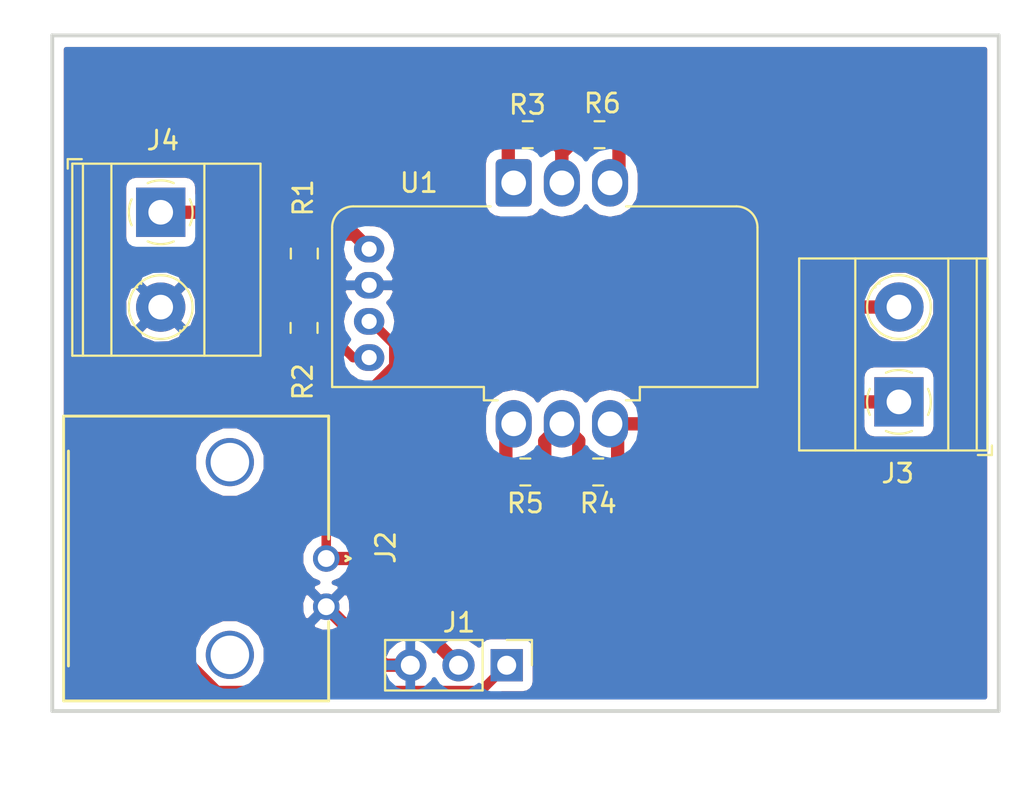
<source format=kicad_pcb>
(kicad_pcb (version 20171130) (host pcbnew "(5.0.2)-1")

  (general
    (thickness 1.6)
    (drawings 4)
    (tracks 55)
    (zones 0)
    (modules 11)
    (nets 11)
  )

  (page A4)
  (layers
    (0 F.Cu signal)
    (31 B.Cu signal)
    (32 B.Adhes user)
    (33 F.Adhes user)
    (34 B.Paste user)
    (35 F.Paste user)
    (36 B.SilkS user)
    (37 F.SilkS user)
    (38 B.Mask user)
    (39 F.Mask user)
    (40 Dwgs.User user)
    (41 Cmts.User user)
    (42 Eco1.User user)
    (43 Eco2.User user)
    (44 Edge.Cuts user)
    (45 Margin user)
    (46 B.CrtYd user)
    (47 F.CrtYd user)
    (48 B.Fab user)
    (49 F.Fab user)
  )

  (setup
    (last_trace_width 0.7)
    (trace_clearance 0.2)
    (zone_clearance 0.508)
    (zone_45_only no)
    (trace_min 0.2)
    (segment_width 0.2)
    (edge_width 0.2)
    (via_size 0.8)
    (via_drill 0.4)
    (via_min_size 0.4)
    (via_min_drill 0.3)
    (uvia_size 0.3)
    (uvia_drill 0.1)
    (uvias_allowed no)
    (uvia_min_size 0.2)
    (uvia_min_drill 0.1)
    (pcb_text_width 0.3)
    (pcb_text_size 1.5 1.5)
    (mod_edge_width 0.15)
    (mod_text_size 1 1)
    (mod_text_width 0.15)
    (pad_size 1.524 1.524)
    (pad_drill 0.762)
    (pad_to_mask_clearance 0.051)
    (solder_mask_min_width 0.25)
    (aux_axis_origin 0 0)
    (visible_elements 7FFFFFFF)
    (pcbplotparams
      (layerselection 0x010fc_ffffffff)
      (usegerberextensions false)
      (usegerberattributes false)
      (usegerberadvancedattributes false)
      (creategerberjobfile false)
      (excludeedgelayer false)
      (linewidth 0.100000)
      (plotframeref false)
      (viasonmask false)
      (mode 1)
      (useauxorigin false)
      (hpglpennumber 1)
      (hpglpenspeed 20)
      (hpglpendiameter 15.000000)
      (psnegative false)
      (psa4output false)
      (plotreference true)
      (plotvalue true)
      (plotinvisibletext false)
      (padsonsilk false)
      (subtractmaskfromsilk false)
      (outputformat 1)
      (mirror false)
      (drillshape 0)
      (scaleselection 1)
      (outputdirectory "plots/"))
  )

  (net 0 "")
  (net 1 /SCOPE)
  (net 2 GND)
  (net 3 /5V)
  (net 4 /REF)
  (net 5 /ISENSEI)
  (net 6 "Net-(R6-Pad1)")
  (net 7 "Net-(R5-Pad2)")
  (net 8 "Net-(R3-Pad1)")
  (net 9 /ISENSO)
  (net 10 "Net-(R4-Pad2)")

  (net_class Default "This is the default net class."
    (clearance 0.2)
    (trace_width 0.7)
    (via_dia 0.8)
    (via_drill 0.4)
    (uvia_dia 0.3)
    (uvia_drill 0.1)
    (add_net /5V)
    (add_net /ISENSO)
    (add_net /REF)
    (add_net /SCOPE)
    (add_net GND)
    (add_net "Net-(R3-Pad1)")
    (add_net "Net-(R4-Pad2)")
    (add_net "Net-(R5-Pad2)")
    (add_net "Net-(R6-Pad1)")
  )

  (net_class ISENSE ""
    (clearance 0.2)
    (trace_width 0.7)
    (via_dia 0.8)
    (via_drill 0.4)
    (uvia_dia 0.3)
    (uvia_drill 0.1)
    (add_net /ISENSEI)
  )

  (module footprints:5227161-1 (layer F.Cu) (tedit 5C9A87CA) (tstamp 5C9B4AD7)
    (at 123.0376 85.0519 90)
    (path /5C992565)
    (fp_text reference J2 (at 0.5842 3.1369 90) (layer F.SilkS)
      (effects (font (size 1 1) (thickness 0.15)))
    )
    (fp_text value Conn_Coaxial (at 1.9558 1.2827 90) (layer Dwgs.User)
      (effects (font (size 1 1) (thickness 0.15)))
    )
    (fp_line (start -7.6327 0.254) (end 7.6327 0.254) (layer F.CrtYd) (width 0.1524))
    (fp_line (start 1.02339 0.127) (end 7.5057 0.127) (layer F.SilkS) (width 0.1524))
    (fp_line (start -7.3787 -13.716) (end -7.3787 0) (layer F.Fab) (width 0.1524))
    (fp_line (start 7.3787 -13.716) (end -7.3787 -13.716) (layer F.Fab) (width 0.1524))
    (fp_line (start 7.3787 0) (end 7.3787 -13.716) (layer F.Fab) (width 0.1524))
    (fp_line (start -7.3787 0) (end 7.3787 0) (layer F.Fab) (width 0.1524))
    (fp_line (start -7.5057 -13.843) (end -7.5057 0.127) (layer F.SilkS) (width 0.1524))
    (fp_line (start 7.5057 -13.843) (end -7.5057 -13.843) (layer F.SilkS) (width 0.1524))
    (fp_line (start 7.5057 0.127) (end 7.5057 -13.843) (layer F.SilkS) (width 0.1524))
    (fp_line (start -7.5057 0.127) (end -3.3274 0.127) (layer F.SilkS) (width 0.1524))
    (fp_line (start -5.5372 -13.716) (end 5.5372 -13.716) (layer F.Fab) (width 0.1524))
    (fp_line (start -5.6642 -13.589) (end 5.6642 -13.589) (layer F.SilkS) (width 0.1524))
    (fp_line (start -0.123065 1.023871) (end 0 1.27) (layer F.SilkS) (width 0.1524))
    (fp_line (start 0.123065 1.023871) (end 0 1.27) (layer F.SilkS) (width 0.1524))
    (fp_line (start -0.635 0) (end 0 1.27) (layer F.Fab) (width 0.1524))
    (fp_line (start 0.635 0) (end 0 1.27) (layer F.Fab) (width 0.1524))
    (fp_text user "Copyright 2016 Accelerated Designs. All rights reserved." (at 0 0 90) (layer Cmts.User)
      (effects (font (size 0.127 0.127) (thickness 0.002)))
    )
    (pad 4 thru_hole circle (at 5.08 -5.08 90) (size 2.54 2.54) (drill 2.032) (layers *.Cu *.Mask))
    (pad 3 thru_hole circle (at -5.08 -5.08 90) (size 2.54 2.54) (drill 2.032) (layers *.Cu *.Mask))
    (pad 2 thru_hole circle (at -2.54 0 90) (size 1.397 1.397) (drill 0.889) (layers *.Cu *.Mask)
      (net 2 GND))
    (pad 1 thru_hole circle (at 0 0 90) (size 1.397 1.397) (drill 0.889) (layers *.Cu *.Mask)
      (net 1 /SCOPE))
    (model ${KIPRJMOD}/footprints.pretty/c-5227161-1-b-3d.stp
      (offset (xyz 0 34 8))
      (scale (xyz 1 1 1))
      (rotate (xyz -90 0 180))
    )
  )

  (module Resistor_SMD:R_0805_2012Metric_Pad1.15x1.40mm_HandSolder (layer F.Cu) (tedit 5B36C52B) (tstamp 5C9B560A)
    (at 133.6585 62.7126 180)
    (descr "Resistor SMD 0805 (2012 Metric), square (rectangular) end terminal, IPC_7351 nominal with elongated pad for handsoldering. (Body size source: https://docs.google.com/spreadsheets/d/1BsfQQcO9C6DZCsRaXUlFlo91Tg2WpOkGARC1WS5S8t0/edit?usp=sharing), generated with kicad-footprint-generator")
    (tags "resistor handsolder")
    (path /5C9B408E)
    (attr smd)
    (fp_text reference R3 (at 0.0164 1.5748 180) (layer F.SilkS)
      (effects (font (size 1 1) (thickness 0.15)))
    )
    (fp_text value R (at 0 1.65 180) (layer F.Fab)
      (effects (font (size 1 1) (thickness 0.15)))
    )
    (fp_text user %R (at 0 0 180) (layer F.Fab)
      (effects (font (size 0.5 0.5) (thickness 0.08)))
    )
    (fp_line (start 1.85 0.95) (end -1.85 0.95) (layer F.CrtYd) (width 0.05))
    (fp_line (start 1.85 -0.95) (end 1.85 0.95) (layer F.CrtYd) (width 0.05))
    (fp_line (start -1.85 -0.95) (end 1.85 -0.95) (layer F.CrtYd) (width 0.05))
    (fp_line (start -1.85 0.95) (end -1.85 -0.95) (layer F.CrtYd) (width 0.05))
    (fp_line (start -0.261252 0.71) (end 0.261252 0.71) (layer F.SilkS) (width 0.12))
    (fp_line (start -0.261252 -0.71) (end 0.261252 -0.71) (layer F.SilkS) (width 0.12))
    (fp_line (start 1 0.6) (end -1 0.6) (layer F.Fab) (width 0.1))
    (fp_line (start 1 -0.6) (end 1 0.6) (layer F.Fab) (width 0.1))
    (fp_line (start -1 -0.6) (end 1 -0.6) (layer F.Fab) (width 0.1))
    (fp_line (start -1 0.6) (end -1 -0.6) (layer F.Fab) (width 0.1))
    (pad 2 smd roundrect (at 1.025 0 180) (size 1.15 1.4) (layers F.Cu F.Paste F.Mask) (roundrect_rratio 0.217391)
      (net 5 /ISENSEI))
    (pad 1 smd roundrect (at -1.025 0 180) (size 1.15 1.4) (layers F.Cu F.Paste F.Mask) (roundrect_rratio 0.217391)
      (net 8 "Net-(R3-Pad1)"))
    (model ${KISYS3DMOD}/Resistor_SMD.3dshapes/R_0805_2012Metric.wrl
      (at (xyz 0 0 0))
      (scale (xyz 1 1 1))
      (rotate (xyz 0 0 0))
    )
  )

  (module Resistor_SMD:R_0805_2012Metric_Pad1.15x1.40mm_HandSolder (layer F.Cu) (tedit 5B36C52B) (tstamp 5C9B54A9)
    (at 137.3722 80.4926 180)
    (descr "Resistor SMD 0805 (2012 Metric), square (rectangular) end terminal, IPC_7351 nominal with elongated pad for handsoldering. (Body size source: https://docs.google.com/spreadsheets/d/1BsfQQcO9C6DZCsRaXUlFlo91Tg2WpOkGARC1WS5S8t0/edit?usp=sharing), generated with kicad-footprint-generator")
    (tags "resistor handsolder")
    (path /5C9CAD3E)
    (attr smd)
    (fp_text reference R4 (at 0 -1.65 180) (layer F.SilkS)
      (effects (font (size 1 1) (thickness 0.15)))
    )
    (fp_text value R (at 0 1.65 180) (layer F.Fab)
      (effects (font (size 1 1) (thickness 0.15)))
    )
    (fp_line (start -1 0.6) (end -1 -0.6) (layer F.Fab) (width 0.1))
    (fp_line (start -1 -0.6) (end 1 -0.6) (layer F.Fab) (width 0.1))
    (fp_line (start 1 -0.6) (end 1 0.6) (layer F.Fab) (width 0.1))
    (fp_line (start 1 0.6) (end -1 0.6) (layer F.Fab) (width 0.1))
    (fp_line (start -0.261252 -0.71) (end 0.261252 -0.71) (layer F.SilkS) (width 0.12))
    (fp_line (start -0.261252 0.71) (end 0.261252 0.71) (layer F.SilkS) (width 0.12))
    (fp_line (start -1.85 0.95) (end -1.85 -0.95) (layer F.CrtYd) (width 0.05))
    (fp_line (start -1.85 -0.95) (end 1.85 -0.95) (layer F.CrtYd) (width 0.05))
    (fp_line (start 1.85 -0.95) (end 1.85 0.95) (layer F.CrtYd) (width 0.05))
    (fp_line (start 1.85 0.95) (end -1.85 0.95) (layer F.CrtYd) (width 0.05))
    (fp_text user %R (at 0 0 180) (layer F.Fab)
      (effects (font (size 0.5 0.5) (thickness 0.08)))
    )
    (pad 1 smd roundrect (at -1.025 0 180) (size 1.15 1.4) (layers F.Cu F.Paste F.Mask) (roundrect_rratio 0.217391)
      (net 9 /ISENSO))
    (pad 2 smd roundrect (at 1.025 0 180) (size 1.15 1.4) (layers F.Cu F.Paste F.Mask) (roundrect_rratio 0.217391)
      (net 10 "Net-(R4-Pad2)"))
    (model ${KISYS3DMOD}/Resistor_SMD.3dshapes/R_0805_2012Metric.wrl
      (at (xyz 0 0 0))
      (scale (xyz 1 1 1))
      (rotate (xyz 0 0 0))
    )
  )

  (module Resistor_SMD:R_0805_2012Metric_Pad1.15x1.40mm_HandSolder (layer F.Cu) (tedit 5B36C52B) (tstamp 5C9B5498)
    (at 133.5315 80.4926 180)
    (descr "Resistor SMD 0805 (2012 Metric), square (rectangular) end terminal, IPC_7351 nominal with elongated pad for handsoldering. (Body size source: https://docs.google.com/spreadsheets/d/1BsfQQcO9C6DZCsRaXUlFlo91Tg2WpOkGARC1WS5S8t0/edit?usp=sharing), generated with kicad-footprint-generator")
    (tags "resistor handsolder")
    (path /5C9D34ED)
    (attr smd)
    (fp_text reference R5 (at 0 -1.65 180) (layer F.SilkS)
      (effects (font (size 1 1) (thickness 0.15)))
    )
    (fp_text value R (at 0 1.65 180) (layer F.Fab)
      (effects (font (size 1 1) (thickness 0.15)))
    )
    (fp_text user %R (at 0 0 180) (layer F.Fab)
      (effects (font (size 0.5 0.5) (thickness 0.08)))
    )
    (fp_line (start 1.85 0.95) (end -1.85 0.95) (layer F.CrtYd) (width 0.05))
    (fp_line (start 1.85 -0.95) (end 1.85 0.95) (layer F.CrtYd) (width 0.05))
    (fp_line (start -1.85 -0.95) (end 1.85 -0.95) (layer F.CrtYd) (width 0.05))
    (fp_line (start -1.85 0.95) (end -1.85 -0.95) (layer F.CrtYd) (width 0.05))
    (fp_line (start -0.261252 0.71) (end 0.261252 0.71) (layer F.SilkS) (width 0.12))
    (fp_line (start -0.261252 -0.71) (end 0.261252 -0.71) (layer F.SilkS) (width 0.12))
    (fp_line (start 1 0.6) (end -1 0.6) (layer F.Fab) (width 0.1))
    (fp_line (start 1 -0.6) (end 1 0.6) (layer F.Fab) (width 0.1))
    (fp_line (start -1 -0.6) (end 1 -0.6) (layer F.Fab) (width 0.1))
    (fp_line (start -1 0.6) (end -1 -0.6) (layer F.Fab) (width 0.1))
    (pad 2 smd roundrect (at 1.025 0 180) (size 1.15 1.4) (layers F.Cu F.Paste F.Mask) (roundrect_rratio 0.217391)
      (net 7 "Net-(R5-Pad2)"))
    (pad 1 smd roundrect (at -1.025 0 180) (size 1.15 1.4) (layers F.Cu F.Paste F.Mask) (roundrect_rratio 0.217391)
      (net 10 "Net-(R4-Pad2)"))
    (model ${KISYS3DMOD}/Resistor_SMD.3dshapes/R_0805_2012Metric.wrl
      (at (xyz 0 0 0))
      (scale (xyz 1 1 1))
      (rotate (xyz 0 0 0))
    )
  )

  (module Resistor_SMD:R_0805_2012Metric_Pad1.15x1.40mm_HandSolder (layer F.Cu) (tedit 5B36C52B) (tstamp 5C9B5487)
    (at 137.4431 62.7126 180)
    (descr "Resistor SMD 0805 (2012 Metric), square (rectangular) end terminal, IPC_7351 nominal with elongated pad for handsoldering. (Body size source: https://docs.google.com/spreadsheets/d/1BsfQQcO9C6DZCsRaXUlFlo91Tg2WpOkGARC1WS5S8t0/edit?usp=sharing), generated with kicad-footprint-generator")
    (tags "resistor handsolder")
    (path /5C9B4136)
    (attr smd)
    (fp_text reference R6 (at -0.1487 1.651 180) (layer F.SilkS)
      (effects (font (size 1 1) (thickness 0.15)))
    )
    (fp_text value R (at 0 1.65 180) (layer F.Fab)
      (effects (font (size 1 1) (thickness 0.15)))
    )
    (fp_line (start -1 0.6) (end -1 -0.6) (layer F.Fab) (width 0.1))
    (fp_line (start -1 -0.6) (end 1 -0.6) (layer F.Fab) (width 0.1))
    (fp_line (start 1 -0.6) (end 1 0.6) (layer F.Fab) (width 0.1))
    (fp_line (start 1 0.6) (end -1 0.6) (layer F.Fab) (width 0.1))
    (fp_line (start -0.261252 -0.71) (end 0.261252 -0.71) (layer F.SilkS) (width 0.12))
    (fp_line (start -0.261252 0.71) (end 0.261252 0.71) (layer F.SilkS) (width 0.12))
    (fp_line (start -1.85 0.95) (end -1.85 -0.95) (layer F.CrtYd) (width 0.05))
    (fp_line (start -1.85 -0.95) (end 1.85 -0.95) (layer F.CrtYd) (width 0.05))
    (fp_line (start 1.85 -0.95) (end 1.85 0.95) (layer F.CrtYd) (width 0.05))
    (fp_line (start 1.85 0.95) (end -1.85 0.95) (layer F.CrtYd) (width 0.05))
    (fp_text user %R (at 0 0 180) (layer F.Fab)
      (effects (font (size 0.5 0.5) (thickness 0.08)))
    )
    (pad 1 smd roundrect (at -1.025 0 180) (size 1.15 1.4) (layers F.Cu F.Paste F.Mask) (roundrect_rratio 0.217391)
      (net 6 "Net-(R6-Pad1)"))
    (pad 2 smd roundrect (at 1.025 0 180) (size 1.15 1.4) (layers F.Cu F.Paste F.Mask) (roundrect_rratio 0.217391)
      (net 8 "Net-(R3-Pad1)"))
    (model ${KISYS3DMOD}/Resistor_SMD.3dshapes/R_0805_2012Metric.wrl
      (at (xyz 0 0 0))
      (scale (xyz 1 1 1))
      (rotate (xyz 0 0 0))
    )
  )

  (module TerminalBlock_Phoenix:TerminalBlock_Phoenix_MKDS-1,5-2_1x02_P5.00mm_Horizontal (layer F.Cu) (tedit 5B294EE5) (tstamp 5C9AEA31)
    (at 114.3127 66.802 270)
    (descr "Terminal Block Phoenix MKDS-1,5-2, 2 pins, pitch 5mm, size 10x9.8mm^2, drill diamater 1.3mm, pad diameter 2.6mm, see http://www.farnell.com/datasheets/100425.pdf, script-generated using https://github.com/pointhi/kicad-footprint-generator/scripts/TerminalBlock_Phoenix")
    (tags "THT Terminal Block Phoenix MKDS-1,5-2 pitch 5mm size 10x9.8mm^2 drill 1.3mm pad 2.6mm")
    (path /5C998EA9)
    (fp_text reference J4 (at -3.7846 -0.1143 180) (layer F.SilkS)
      (effects (font (size 1 1) (thickness 0.15)))
    )
    (fp_text value 5V (at 2.5 5.66 270) (layer F.Fab)
      (effects (font (size 1 1) (thickness 0.15)))
    )
    (fp_text user %R (at 2.5 3.2 270) (layer F.Fab)
      (effects (font (size 1 1) (thickness 0.15)))
    )
    (fp_line (start 8 -5.71) (end -3 -5.71) (layer F.CrtYd) (width 0.05))
    (fp_line (start 8 5.1) (end 8 -5.71) (layer F.CrtYd) (width 0.05))
    (fp_line (start -3 5.1) (end 8 5.1) (layer F.CrtYd) (width 0.05))
    (fp_line (start -3 -5.71) (end -3 5.1) (layer F.CrtYd) (width 0.05))
    (fp_line (start -2.8 4.9) (end -2.3 4.9) (layer F.SilkS) (width 0.12))
    (fp_line (start -2.8 4.16) (end -2.8 4.9) (layer F.SilkS) (width 0.12))
    (fp_line (start 3.773 1.023) (end 3.726 1.069) (layer F.SilkS) (width 0.12))
    (fp_line (start 6.07 -1.275) (end 6.035 -1.239) (layer F.SilkS) (width 0.12))
    (fp_line (start 3.966 1.239) (end 3.931 1.274) (layer F.SilkS) (width 0.12))
    (fp_line (start 6.275 -1.069) (end 6.228 -1.023) (layer F.SilkS) (width 0.12))
    (fp_line (start 5.955 -1.138) (end 3.863 0.955) (layer F.Fab) (width 0.1))
    (fp_line (start 6.138 -0.955) (end 4.046 1.138) (layer F.Fab) (width 0.1))
    (fp_line (start 0.955 -1.138) (end -1.138 0.955) (layer F.Fab) (width 0.1))
    (fp_line (start 1.138 -0.955) (end -0.955 1.138) (layer F.Fab) (width 0.1))
    (fp_line (start 7.56 -5.261) (end 7.56 4.66) (layer F.SilkS) (width 0.12))
    (fp_line (start -2.56 -5.261) (end -2.56 4.66) (layer F.SilkS) (width 0.12))
    (fp_line (start -2.56 4.66) (end 7.56 4.66) (layer F.SilkS) (width 0.12))
    (fp_line (start -2.56 -5.261) (end 7.56 -5.261) (layer F.SilkS) (width 0.12))
    (fp_line (start -2.56 -2.301) (end 7.56 -2.301) (layer F.SilkS) (width 0.12))
    (fp_line (start -2.5 -2.3) (end 7.5 -2.3) (layer F.Fab) (width 0.1))
    (fp_line (start -2.56 2.6) (end 7.56 2.6) (layer F.SilkS) (width 0.12))
    (fp_line (start -2.5 2.6) (end 7.5 2.6) (layer F.Fab) (width 0.1))
    (fp_line (start -2.56 4.1) (end 7.56 4.1) (layer F.SilkS) (width 0.12))
    (fp_line (start -2.5 4.1) (end 7.5 4.1) (layer F.Fab) (width 0.1))
    (fp_line (start -2.5 4.1) (end -2.5 -5.2) (layer F.Fab) (width 0.1))
    (fp_line (start -2 4.6) (end -2.5 4.1) (layer F.Fab) (width 0.1))
    (fp_line (start 7.5 4.6) (end -2 4.6) (layer F.Fab) (width 0.1))
    (fp_line (start 7.5 -5.2) (end 7.5 4.6) (layer F.Fab) (width 0.1))
    (fp_line (start -2.5 -5.2) (end 7.5 -5.2) (layer F.Fab) (width 0.1))
    (fp_circle (center 5 0) (end 6.68 0) (layer F.SilkS) (width 0.12))
    (fp_circle (center 5 0) (end 6.5 0) (layer F.Fab) (width 0.1))
    (fp_circle (center 0 0) (end 1.5 0) (layer F.Fab) (width 0.1))
    (fp_arc (start 0 0) (end -0.684 1.535) (angle -25) (layer F.SilkS) (width 0.12))
    (fp_arc (start 0 0) (end -1.535 -0.684) (angle -48) (layer F.SilkS) (width 0.12))
    (fp_arc (start 0 0) (end 0.684 -1.535) (angle -48) (layer F.SilkS) (width 0.12))
    (fp_arc (start 0 0) (end 1.535 0.684) (angle -48) (layer F.SilkS) (width 0.12))
    (fp_arc (start 0 0) (end 0 1.68) (angle -24) (layer F.SilkS) (width 0.12))
    (pad 2 thru_hole circle (at 5 0 270) (size 2.6 2.6) (drill 1.3) (layers *.Cu *.Mask)
      (net 2 GND))
    (pad 1 thru_hole rect (at 0 0 270) (size 2.6 2.6) (drill 1.3) (layers *.Cu *.Mask)
      (net 3 /5V))
    (model ${KISYS3DMOD}/TerminalBlock_Phoenix.3dshapes/TerminalBlock_Phoenix_MKDS-1,5-2_1x02_P5.00mm_Horizontal.wrl
      (at (xyz 0 0 0))
      (scale (xyz 1 1 1))
      (rotate (xyz 0 0 0))
    )
    (model ${KIPRJMOD}/footprints.pretty/pxc_1729018_06_MKDSN-1-5-2_3D.stp
      (offset (xyz -3 -3.5 0))
      (scale (xyz 1 1 1))
      (rotate (xyz -90 0 90))
    )
  )

  (module Sensor_Current:LEM_LTSR-NP (layer F.Cu) (tedit 5B859E16) (tstamp 5C9B69B1)
    (at 132.9182 65.2526)
    (descr "LEM current transducer LEM_LTSR-NP 5V supply voltage series https://www.lem.com/sites/default/files/products_datasheets/ltsr_6-np.pdf")
    (tags "Current transducer")
    (path /5C992415)
    (fp_text reference U1 (at -5 0) (layer F.SilkS)
      (effects (font (size 1 1) (thickness 0.15)))
    )
    (fp_text value LTSR6-NP (at 2.54 7.85 180) (layer F.Fab)
      (effects (font (size 1 1) (thickness 0.15)))
    )
    (fp_text user %R (at 2.54 4.45) (layer F.Fab)
      (effects (font (size 1 1) (thickness 0.15)))
    )
    (fp_line (start -8.45 1.24) (end -1.22 1.24) (layer F.SilkS) (width 0.12))
    (fp_line (start 5.92 11.46) (end 6.65 11.46) (layer F.SilkS) (width 0.12))
    (fp_line (start -9.57 10.76) (end -1.57 10.76) (layer F.SilkS) (width 0.12))
    (fp_line (start 12.85 10.76) (end 12.85 2.35) (layer F.SilkS) (width 0.12))
    (fp_line (start -9.57 10.76) (end -9.57 2.36) (layer F.SilkS) (width 0.12))
    (fp_line (start -1.57 11.46) (end -1.57 10.76) (layer F.SilkS) (width 0.12))
    (fp_line (start 6.65 11.46) (end 6.65 10.76) (layer F.SilkS) (width 0.12))
    (fp_line (start -1.2 14.2) (end 6.28 14.2) (layer F.CrtYd) (width 0.05))
    (fp_line (start -1.2 -1.5) (end 6.28 -1.5) (layer F.CrtYd) (width 0.05))
    (fp_line (start -9.71 1.1) (end -9.71 10.9) (layer F.CrtYd) (width 0.05))
    (fp_line (start 12.99 1.1) (end 12.99 10.9) (layer F.CrtYd) (width 0.05))
    (fp_arc (start -8.46 2.35) (end -8.46 1.24) (angle -90) (layer F.SilkS) (width 0.12))
    (fp_arc (start 11.74 2.35) (end 11.74 1.24) (angle 90) (layer F.SilkS) (width 0.12))
    (fp_arc (start 11.74 2.35) (end 12.74 2.35) (angle -90) (layer F.Fab) (width 0.1))
    (fp_arc (start -8.46 2.35) (end -8.46 1.35) (angle -90) (layer F.Fab) (width 0.1))
    (fp_line (start 6.54 11.35) (end 6.54 10.65) (layer F.Fab) (width 0.1))
    (fp_line (start -1.46 11.35) (end -1.46 10.65) (layer F.Fab) (width 0.1))
    (fp_line (start -9.46 10.65) (end -9.46 2.35) (layer F.Fab) (width 0.1))
    (fp_line (start 12.74 10.65) (end 12.74 2.35) (layer F.Fab) (width 0.1))
    (fp_line (start -9.46 10.65) (end 12.74 10.65) (layer F.Fab) (width 0.1))
    (fp_line (start -1.46 11.35) (end 6.54 11.35) (layer F.Fab) (width 0.1))
    (fp_line (start -8.46 1.35) (end 11.74 1.35) (layer F.Fab) (width 0.1))
    (fp_line (start 5.93 1.24) (end 11.74 1.24) (layer F.SilkS) (width 0.12))
    (fp_line (start -1.57 11.46) (end -0.85 11.46) (layer F.SilkS) (width 0.12))
    (fp_line (start -9.71 10.9) (end -1.71 10.9) (layer F.CrtYd) (width 0.05))
    (fp_line (start 6.28 1.1) (end 12.99 1.1) (layer F.CrtYd) (width 0.05))
    (fp_line (start 6.79 10.9) (end 12.99 10.9) (layer F.CrtYd) (width 0.05))
    (fp_line (start -9.71 1.1) (end -1.2 1.1) (layer F.CrtYd) (width 0.05))
    (fp_line (start 6.28 11.6) (end 6.28 14.2) (layer F.CrtYd) (width 0.05))
    (fp_line (start -1.2 -1.5) (end -1.2 1.1) (layer F.CrtYd) (width 0.05))
    (fp_line (start 6.28 -1.5) (end 6.28 1.1) (layer F.CrtYd) (width 0.05))
    (fp_line (start -1.2 11.6) (end -1.2 14.2) (layer F.CrtYd) (width 0.05))
    (fp_line (start 6.79 11.6) (end 6.79 10.9) (layer F.CrtYd) (width 0.05))
    (fp_line (start -1.71 11.6) (end -1.2 11.6) (layer F.CrtYd) (width 0.05))
    (fp_line (start -1.71 11.6) (end -1.71 10.9) (layer F.CrtYd) (width 0.05))
    (fp_line (start 6.28 11.6) (end 6.79 11.6) (layer F.CrtYd) (width 0.05))
    (fp_line (start 6.65 10.76) (end 12.85 10.76) (layer F.SilkS) (width 0.12))
    (pad 5 thru_hole oval (at 2.54 12.7) (size 1.9 2.5) (drill 1.3) (layers *.Cu *.Mask)
      (net 10 "Net-(R4-Pad2)"))
    (pad 6 thru_hole oval (at 0 12.7) (size 1.9 2.5) (drill 1.3) (layers *.Cu *.Mask)
      (net 7 "Net-(R5-Pad2)"))
    (pad 4 thru_hole oval (at 5.08 12.7) (size 1.9 2.5) (drill 1.3) (layers *.Cu *.Mask)
      (net 9 /ISENSO))
    (pad 3 thru_hole oval (at 5.08 0) (size 1.9 2.5) (drill 1.3) (layers *.Cu *.Mask)
      (net 6 "Net-(R6-Pad1)"))
    (pad 1 thru_hole roundrect (at 0 0) (size 1.9 2.5) (drill 1.3) (layers *.Cu *.Mask) (roundrect_rratio 0.125)
      (net 5 /ISENSEI))
    (pad 2 thru_hole oval (at 2.54 0) (size 1.9 2.5) (drill 1.3) (layers *.Cu *.Mask)
      (net 8 "Net-(R3-Pad1)"))
    (pad 8 thru_hole oval (at -7.62 7.3025) (size 1.6 1.4) (drill 0.8) (layers *.Cu *.Mask)
      (net 1 /SCOPE))
    (pad 9 thru_hole oval (at -7.62 5.3975) (size 1.6 1.4) (drill 0.8) (layers *.Cu *.Mask)
      (net 2 GND))
    (pad 10 thru_hole oval (at -7.62 3.4925) (size 1.6 1.4) (drill 0.8) (layers *.Cu *.Mask)
      (net 3 /5V))
    (pad 7 thru_hole oval (at -7.62 9.2075) (size 1.6 1.4) (drill 0.8) (layers *.Cu *.Mask)
      (net 4 /REF))
    (model ${KISYS3DMOD}/Sensor_Current.3dshapes/LEM_LTSR-NP.wrl
      (at (xyz 0 0 0))
      (scale (xyz 1 1 1))
      (rotate (xyz 0 0 0))
    )
  )

  (module Resistor_SMD:R_0805_2012Metric_Pad1.15x1.40mm_HandSolder (layer F.Cu) (tedit 5B36C52B) (tstamp 5C9AD606)
    (at 121.8692 72.898 270)
    (descr "Resistor SMD 0805 (2012 Metric), square (rectangular) end terminal, IPC_7351 nominal with elongated pad for handsoldering. (Body size source: https://docs.google.com/spreadsheets/d/1BsfQQcO9C6DZCsRaXUlFlo91Tg2WpOkGARC1WS5S8t0/edit?usp=sharing), generated with kicad-footprint-generator")
    (tags "resistor handsolder")
    (path /5C99A012)
    (attr smd)
    (fp_text reference R2 (at 2.8411 0.0635 270) (layer F.SilkS)
      (effects (font (size 1 1) (thickness 0.15)))
    )
    (fp_text value R (at 0 1.65 270) (layer F.Fab)
      (effects (font (size 1 1) (thickness 0.15)))
    )
    (fp_text user %R (at 0 0 270) (layer F.Fab)
      (effects (font (size 0.5 0.5) (thickness 0.08)))
    )
    (fp_line (start 1.85 0.95) (end -1.85 0.95) (layer F.CrtYd) (width 0.05))
    (fp_line (start 1.85 -0.95) (end 1.85 0.95) (layer F.CrtYd) (width 0.05))
    (fp_line (start -1.85 -0.95) (end 1.85 -0.95) (layer F.CrtYd) (width 0.05))
    (fp_line (start -1.85 0.95) (end -1.85 -0.95) (layer F.CrtYd) (width 0.05))
    (fp_line (start -0.261252 0.71) (end 0.261252 0.71) (layer F.SilkS) (width 0.12))
    (fp_line (start -0.261252 -0.71) (end 0.261252 -0.71) (layer F.SilkS) (width 0.12))
    (fp_line (start 1 0.6) (end -1 0.6) (layer F.Fab) (width 0.1))
    (fp_line (start 1 -0.6) (end 1 0.6) (layer F.Fab) (width 0.1))
    (fp_line (start -1 -0.6) (end 1 -0.6) (layer F.Fab) (width 0.1))
    (fp_line (start -1 0.6) (end -1 -0.6) (layer F.Fab) (width 0.1))
    (pad 2 smd roundrect (at 1.025 0 270) (size 1.15 1.4) (layers F.Cu F.Paste F.Mask) (roundrect_rratio 0.217391)
      (net 2 GND))
    (pad 1 smd roundrect (at -1.025 0 270) (size 1.15 1.4) (layers F.Cu F.Paste F.Mask) (roundrect_rratio 0.217391)
      (net 4 /REF))
    (model ${KISYS3DMOD}/Resistor_SMD.3dshapes/R_0805_2012Metric.wrl
      (at (xyz 0 0 0))
      (scale (xyz 1 1 1))
      (rotate (xyz 0 0 0))
    )
  )

  (module Resistor_SMD:R_0805_2012Metric_Pad1.15x1.40mm_HandSolder (layer F.Cu) (tedit 5B36C52B) (tstamp 5C9AD473)
    (at 121.8819 68.9774 90)
    (descr "Resistor SMD 0805 (2012 Metric), square (rectangular) end terminal, IPC_7351 nominal with elongated pad for handsoldering. (Body size source: https://docs.google.com/spreadsheets/d/1BsfQQcO9C6DZCsRaXUlFlo91Tg2WpOkGARC1WS5S8t0/edit?usp=sharing), generated with kicad-footprint-generator")
    (tags "resistor handsolder")
    (path /5C999E9B)
    (attr smd)
    (fp_text reference R1 (at 2.9374 -0.0635 90) (layer F.SilkS)
      (effects (font (size 1 1) (thickness 0.15)))
    )
    (fp_text value R (at 0 1.65 90) (layer F.Fab)
      (effects (font (size 1 1) (thickness 0.15)))
    )
    (fp_line (start -1 0.6) (end -1 -0.6) (layer F.Fab) (width 0.1))
    (fp_line (start -1 -0.6) (end 1 -0.6) (layer F.Fab) (width 0.1))
    (fp_line (start 1 -0.6) (end 1 0.6) (layer F.Fab) (width 0.1))
    (fp_line (start 1 0.6) (end -1 0.6) (layer F.Fab) (width 0.1))
    (fp_line (start -0.261252 -0.71) (end 0.261252 -0.71) (layer F.SilkS) (width 0.12))
    (fp_line (start -0.261252 0.71) (end 0.261252 0.71) (layer F.SilkS) (width 0.12))
    (fp_line (start -1.85 0.95) (end -1.85 -0.95) (layer F.CrtYd) (width 0.05))
    (fp_line (start -1.85 -0.95) (end 1.85 -0.95) (layer F.CrtYd) (width 0.05))
    (fp_line (start 1.85 -0.95) (end 1.85 0.95) (layer F.CrtYd) (width 0.05))
    (fp_line (start 1.85 0.95) (end -1.85 0.95) (layer F.CrtYd) (width 0.05))
    (fp_text user %R (at 0 0 90) (layer F.Fab)
      (effects (font (size 0.5 0.5) (thickness 0.08)))
    )
    (pad 1 smd roundrect (at -1.025 0 90) (size 1.15 1.4) (layers F.Cu F.Paste F.Mask) (roundrect_rratio 0.217391)
      (net 4 /REF))
    (pad 2 smd roundrect (at 1.025 0 90) (size 1.15 1.4) (layers F.Cu F.Paste F.Mask) (roundrect_rratio 0.217391)
      (net 3 /5V))
    (model ${KISYS3DMOD}/Resistor_SMD.3dshapes/R_0805_2012Metric.wrl
      (at (xyz 0 0 0))
      (scale (xyz 1 1 1))
      (rotate (xyz 0 0 0))
    )
  )

  (module TerminalBlock_Phoenix:TerminalBlock_Phoenix_MKDS-1,5-2_1x02_P5.00mm_Horizontal (layer F.Cu) (tedit 5B294EE5) (tstamp 5C9AD3D0)
    (at 153.2255 76.7969 90)
    (descr "Terminal Block Phoenix MKDS-1,5-2, 2 pins, pitch 5mm, size 10x9.8mm^2, drill diamater 1.3mm, pad diameter 2.6mm, see http://www.farnell.com/datasheets/100425.pdf, script-generated using https://github.com/pointhi/kicad-footprint-generator/scripts/TerminalBlock_Phoenix")
    (tags "THT Terminal Block Phoenix MKDS-1,5-2 pitch 5mm size 10x9.8mm^2 drill 1.3mm pad 2.6mm")
    (path /5C998F2A)
    (fp_text reference J3 (at -3.7719 -0.0635 180) (layer F.SilkS)
      (effects (font (size 1 1) (thickness 0.15)))
    )
    (fp_text value ISENSE (at 2.5 5.66 90) (layer F.Fab)
      (effects (font (size 1 1) (thickness 0.15)))
    )
    (fp_arc (start 0 0) (end 0 1.68) (angle -24) (layer F.SilkS) (width 0.12))
    (fp_arc (start 0 0) (end 1.535 0.684) (angle -48) (layer F.SilkS) (width 0.12))
    (fp_arc (start 0 0) (end 0.684 -1.535) (angle -48) (layer F.SilkS) (width 0.12))
    (fp_arc (start 0 0) (end -1.535 -0.684) (angle -48) (layer F.SilkS) (width 0.12))
    (fp_arc (start 0 0) (end -0.684 1.535) (angle -25) (layer F.SilkS) (width 0.12))
    (fp_circle (center 0 0) (end 1.5 0) (layer F.Fab) (width 0.1))
    (fp_circle (center 5 0) (end 6.5 0) (layer F.Fab) (width 0.1))
    (fp_circle (center 5 0) (end 6.68 0) (layer F.SilkS) (width 0.12))
    (fp_line (start -2.5 -5.2) (end 7.5 -5.2) (layer F.Fab) (width 0.1))
    (fp_line (start 7.5 -5.2) (end 7.5 4.6) (layer F.Fab) (width 0.1))
    (fp_line (start 7.5 4.6) (end -2 4.6) (layer F.Fab) (width 0.1))
    (fp_line (start -2 4.6) (end -2.5 4.1) (layer F.Fab) (width 0.1))
    (fp_line (start -2.5 4.1) (end -2.5 -5.2) (layer F.Fab) (width 0.1))
    (fp_line (start -2.5 4.1) (end 7.5 4.1) (layer F.Fab) (width 0.1))
    (fp_line (start -2.56 4.1) (end 7.56 4.1) (layer F.SilkS) (width 0.12))
    (fp_line (start -2.5 2.6) (end 7.5 2.6) (layer F.Fab) (width 0.1))
    (fp_line (start -2.56 2.6) (end 7.56 2.6) (layer F.SilkS) (width 0.12))
    (fp_line (start -2.5 -2.3) (end 7.5 -2.3) (layer F.Fab) (width 0.1))
    (fp_line (start -2.56 -2.301) (end 7.56 -2.301) (layer F.SilkS) (width 0.12))
    (fp_line (start -2.56 -5.261) (end 7.56 -5.261) (layer F.SilkS) (width 0.12))
    (fp_line (start -2.56 4.66) (end 7.56 4.66) (layer F.SilkS) (width 0.12))
    (fp_line (start -2.56 -5.261) (end -2.56 4.66) (layer F.SilkS) (width 0.12))
    (fp_line (start 7.56 -5.261) (end 7.56 4.66) (layer F.SilkS) (width 0.12))
    (fp_line (start 1.138 -0.955) (end -0.955 1.138) (layer F.Fab) (width 0.1))
    (fp_line (start 0.955 -1.138) (end -1.138 0.955) (layer F.Fab) (width 0.1))
    (fp_line (start 6.138 -0.955) (end 4.046 1.138) (layer F.Fab) (width 0.1))
    (fp_line (start 5.955 -1.138) (end 3.863 0.955) (layer F.Fab) (width 0.1))
    (fp_line (start 6.275 -1.069) (end 6.228 -1.023) (layer F.SilkS) (width 0.12))
    (fp_line (start 3.966 1.239) (end 3.931 1.274) (layer F.SilkS) (width 0.12))
    (fp_line (start 6.07 -1.275) (end 6.035 -1.239) (layer F.SilkS) (width 0.12))
    (fp_line (start 3.773 1.023) (end 3.726 1.069) (layer F.SilkS) (width 0.12))
    (fp_line (start -2.8 4.16) (end -2.8 4.9) (layer F.SilkS) (width 0.12))
    (fp_line (start -2.8 4.9) (end -2.3 4.9) (layer F.SilkS) (width 0.12))
    (fp_line (start -3 -5.71) (end -3 5.1) (layer F.CrtYd) (width 0.05))
    (fp_line (start -3 5.1) (end 8 5.1) (layer F.CrtYd) (width 0.05))
    (fp_line (start 8 5.1) (end 8 -5.71) (layer F.CrtYd) (width 0.05))
    (fp_line (start 8 -5.71) (end -3 -5.71) (layer F.CrtYd) (width 0.05))
    (fp_text user %R (at 2.5 3.2 90) (layer F.Fab)
      (effects (font (size 1 1) (thickness 0.15)))
    )
    (pad 1 thru_hole rect (at 0 0 90) (size 2.6 2.6) (drill 1.3) (layers *.Cu *.Mask)
      (net 9 /ISENSO))
    (pad 2 thru_hole circle (at 5 0 90) (size 2.6 2.6) (drill 1.3) (layers *.Cu *.Mask)
      (net 5 /ISENSEI))
    (model ${KISYS3DMOD}/TerminalBlock_Phoenix.3dshapes/TerminalBlock_Phoenix_MKDS-1,5-2_1x02_P5.00mm_Horizontal.wrl
      (at (xyz 0 0 0))
      (scale (xyz 1 1 1))
      (rotate (xyz 0 0 0))
    )
    (model ${KIPRJMOD}/footprints.pretty/pxc_1729018_06_MKDSN-1-5-2_3D.stp
      (offset (xyz -3 -3.5 0))
      (scale (xyz 1 1 1))
      (rotate (xyz -90 0 90))
    )
  )

  (module Connector_PinHeader_2.54mm:PinHeader_1x03_P2.54mm_Vertical (layer F.Cu) (tedit 59FED5CC) (tstamp 5C9AA09A)
    (at 132.5499 90.678 270)
    (descr "Through hole straight pin header, 1x03, 2.54mm pitch, single row")
    (tags "Through hole pin header THT 1x03 2.54mm single row")
    (path /5C998D17)
    (fp_text reference J1 (at -2.2479 2.5146) (layer F.SilkS)
      (effects (font (size 1 1) (thickness 0.15)))
    )
    (fp_text value Conn_01x03_Male (at 0 7.41 270) (layer F.Fab)
      (effects (font (size 1 1) (thickness 0.15)))
    )
    (fp_line (start -0.635 -1.27) (end 1.27 -1.27) (layer F.Fab) (width 0.1))
    (fp_line (start 1.27 -1.27) (end 1.27 6.35) (layer F.Fab) (width 0.1))
    (fp_line (start 1.27 6.35) (end -1.27 6.35) (layer F.Fab) (width 0.1))
    (fp_line (start -1.27 6.35) (end -1.27 -0.635) (layer F.Fab) (width 0.1))
    (fp_line (start -1.27 -0.635) (end -0.635 -1.27) (layer F.Fab) (width 0.1))
    (fp_line (start -1.33 6.41) (end 1.33 6.41) (layer F.SilkS) (width 0.12))
    (fp_line (start -1.33 1.27) (end -1.33 6.41) (layer F.SilkS) (width 0.12))
    (fp_line (start 1.33 1.27) (end 1.33 6.41) (layer F.SilkS) (width 0.12))
    (fp_line (start -1.33 1.27) (end 1.33 1.27) (layer F.SilkS) (width 0.12))
    (fp_line (start -1.33 0) (end -1.33 -1.33) (layer F.SilkS) (width 0.12))
    (fp_line (start -1.33 -1.33) (end 0 -1.33) (layer F.SilkS) (width 0.12))
    (fp_line (start -1.8 -1.8) (end -1.8 6.85) (layer F.CrtYd) (width 0.05))
    (fp_line (start -1.8 6.85) (end 1.8 6.85) (layer F.CrtYd) (width 0.05))
    (fp_line (start 1.8 6.85) (end 1.8 -1.8) (layer F.CrtYd) (width 0.05))
    (fp_line (start 1.8 -1.8) (end -1.8 -1.8) (layer F.CrtYd) (width 0.05))
    (fp_text user %R (at 0 2.54) (layer F.Fab)
      (effects (font (size 1 1) (thickness 0.15)))
    )
    (pad 1 thru_hole rect (at 0 0 270) (size 1.7 1.7) (drill 1) (layers *.Cu *.Mask)
      (net 4 /REF))
    (pad 2 thru_hole oval (at 0 2.54 270) (size 1.7 1.7) (drill 1) (layers *.Cu *.Mask)
      (net 1 /SCOPE))
    (pad 3 thru_hole oval (at 0 5.08 270) (size 1.7 1.7) (drill 1) (layers *.Cu *.Mask)
      (net 2 GND))
    (model ${KISYS3DMOD}/Connector_PinHeader_2.54mm.3dshapes/PinHeader_1x03_P2.54mm_Vertical.wrl
      (at (xyz 0 0 0))
      (scale (xyz 1 1 1))
      (rotate (xyz 0 0 0))
    )
  )

  (gr_line (start 158.4706 57.4802) (end 108.5977 57.4802) (layer Edge.Cuts) (width 0.2))
  (gr_line (start 158.4833 93.091) (end 158.4833 57.4675) (layer Edge.Cuts) (width 0.2))
  (gr_line (start 108.5977 93.091) (end 158.4833 93.091) (layer Edge.Cuts) (width 0.2))
  (gr_line (start 108.5977 57.4675) (end 108.5977 93.091) (layer Edge.Cuts) (width 0.2))

  (segment (start 125.1982 72.5551) (end 125.2982 72.5551) (width 0.5) (layer B.Cu) (net 1))
  (segment (start 125.3982 72.5551) (end 125.2982 72.5551) (width 0.5) (layer F.Cu) (net 1))
  (segment (start 126.5982 73.7551) (end 125.3982 72.5551) (width 0.5) (layer F.Cu) (net 1))
  (segment (start 126.5982 74.886459) (end 126.5982 73.7551) (width 0.5) (layer F.Cu) (net 1))
  (segment (start 123.0376 78.447059) (end 126.5982 74.886459) (width 0.5) (layer F.Cu) (net 1))
  (segment (start 123.0376 85.0519) (end 123.0376 78.447059) (width 0.5) (layer F.Cu) (net 1))
  (segment (start 124.3838 85.0519) (end 123.0376 85.0519) (width 0.7) (layer F.Cu) (net 1))
  (segment (start 130.0099 90.678) (end 124.3838 85.0519) (width 0.7) (layer F.Cu) (net 1))
  (segment (start 126.1237 90.678) (end 123.0376 87.5919) (width 0.7) (layer F.Cu) (net 2))
  (segment (start 127.4699 90.678) (end 126.1237 90.678) (width 0.7) (layer F.Cu) (net 2))
  (segment (start 120.7315 66.802) (end 121.8819 67.9524) (width 0.7) (layer F.Cu) (net 3))
  (segment (start 114.3127 66.802) (end 120.7315 66.802) (width 0.7) (layer F.Cu) (net 3))
  (segment (start 124.5055 67.9524) (end 125.2982 68.7451) (width 0.7) (layer F.Cu) (net 3))
  (segment (start 121.8819 67.9524) (end 124.5055 67.9524) (width 0.7) (layer F.Cu) (net 3))
  (segment (start 121.8819 71.8603) (end 121.8692 71.873) (width 0.5) (layer F.Cu) (net 4))
  (segment (start 124.4563 74.4601) (end 121.8692 71.873) (width 0.5) (layer F.Cu) (net 4))
  (segment (start 125.2982 74.4601) (end 124.4563 74.4601) (width 0.5) (layer F.Cu) (net 4))
  (segment (start 121.8819 71.12) (end 121.8819 71.8603) (width 0.5) (layer F.Cu) (net 4))
  (segment (start 121.8819 70.0024) (end 121.8819 71.12) (width 0.5) (layer F.Cu) (net 4))
  (segment (start 121.1199 69.2404) (end 121.8819 70.0024) (width 0.5) (layer F.Cu) (net 4))
  (segment (start 111.6203 69.2404) (end 121.1199 69.2404) (width 0.5) (layer F.Cu) (net 4))
  (segment (start 111.3409 69.5198) (end 111.6203 69.2404) (width 0.5) (layer F.Cu) (net 4))
  (segment (start 131.2164 92.0115) (end 117.291598 92.0115) (width 0.5) (layer F.Cu) (net 4))
  (segment (start 132.5499 90.678) (end 131.2164 92.0115) (width 0.5) (layer F.Cu) (net 4))
  (segment (start 117.291598 92.0115) (end 111.2901 86.010002) (width 0.5) (layer F.Cu) (net 4))
  (segment (start 111.2901 86.010002) (end 111.2901 74.241198) (width 0.5) (layer F.Cu) (net 4))
  (segment (start 111.2901 74.241198) (end 111.3409 74.190398) (width 0.5) (layer F.Cu) (net 4))
  (segment (start 111.3409 74.190398) (end 111.3409 69.5198) (width 0.5) (layer F.Cu) (net 4))
  (segment (start 132.6335 61.1812) (end 132.6335 62.7126) (width 0.7) (layer F.Cu) (net 5))
  (segment (start 153.2255 71.7969) (end 149.458788 71.7969) (width 0.7) (layer F.Cu) (net 5))
  (segment (start 147.066 69.404112) (end 147.066 65.7733) (width 0.7) (layer F.Cu) (net 5))
  (segment (start 147.066 65.7733) (end 141.732 60.4393) (width 0.7) (layer F.Cu) (net 5))
  (segment (start 149.458788 71.7969) (end 147.066 69.404112) (width 0.7) (layer F.Cu) (net 5))
  (segment (start 141.732 60.4393) (end 133.3754 60.4393) (width 0.7) (layer F.Cu) (net 5))
  (segment (start 133.3754 60.4393) (end 132.6335 61.1812) (width 0.7) (layer F.Cu) (net 5))
  (segment (start 132.6335 64.9679) (end 132.9182 65.2526) (width 0.7) (layer F.Cu) (net 5))
  (segment (start 132.6335 62.7126) (end 132.6335 64.9679) (width 0.7) (layer F.Cu) (net 5))
  (segment (start 138.4681 64.7827) (end 137.9982 65.2526) (width 0.7) (layer F.Cu) (net 6))
  (segment (start 138.4681 62.7126) (end 138.4681 64.7827) (width 0.7) (layer F.Cu) (net 6))
  (segment (start 132.5065 78.3643) (end 132.9182 77.9526) (width 0.7) (layer F.Cu) (net 7))
  (segment (start 132.5065 80.4926) (end 132.5065 78.3643) (width 0.7) (layer F.Cu) (net 7))
  (segment (start 135.4582 63.4873) (end 134.6835 62.7126) (width 0.7) (layer F.Cu) (net 8))
  (segment (start 135.4582 65.2526) (end 135.4582 63.4873) (width 0.7) (layer F.Cu) (net 8))
  (segment (start 135.4582 63.6725) (end 136.4181 62.7126) (width 0.7) (layer F.Cu) (net 8))
  (segment (start 135.4582 65.2526) (end 135.4582 63.6725) (width 0.7) (layer F.Cu) (net 8))
  (segment (start 153.2255 76.7969) (end 147.9677 76.7969) (width 0.7) (layer F.Cu) (net 9))
  (segment (start 146.812 77.9526) (end 137.9982 77.9526) (width 0.7) (layer F.Cu) (net 9))
  (segment (start 147.9677 76.7969) (end 146.812 77.9526) (width 0.7) (layer F.Cu) (net 9))
  (segment (start 138.3972 78.3516) (end 137.9982 77.9526) (width 0.7) (layer F.Cu) (net 9))
  (segment (start 138.3972 80.4926) (end 138.3972 78.3516) (width 0.7) (layer F.Cu) (net 9))
  (segment (start 136.3472 80.4926) (end 134.5565 80.4926) (width 0.7) (layer F.Cu) (net 10))
  (segment (start 136.3472 78.8416) (end 135.4582 77.9526) (width 0.7) (layer F.Cu) (net 10))
  (segment (start 136.3472 80.4926) (end 136.3472 78.8416) (width 0.7) (layer F.Cu) (net 10))
  (segment (start 134.5565 78.8543) (end 135.4582 77.9526) (width 0.7) (layer F.Cu) (net 10))
  (segment (start 134.5565 80.4926) (end 134.5565 78.8543) (width 0.7) (layer F.Cu) (net 10))

  (zone (net 2) (net_name GND) (layer F.Cu) (tstamp 5C9B4974) (hatch edge 0.508)
    (connect_pads (clearance 0.508))
    (min_thickness 0.254)
    (fill yes (arc_segments 16) (thermal_gap 0.508) (thermal_bridge_width 0.508))
    (polygon
      (pts
        (xy 159.22625 56.61025) (xy 158.8897 94.1832) (xy 105.8418 93.2307) (xy 106.3752 57.6834) (xy 106.7308 56.4261)
      )
    )
    (filled_polygon
      (pts
        (xy 157.7483 92.356) (xy 132.123478 92.356) (xy 132.304038 92.17544) (xy 133.3999 92.17544) (xy 133.647665 92.126157)
        (xy 133.857709 91.985809) (xy 133.998057 91.775765) (xy 134.04734 91.528) (xy 134.04734 89.828) (xy 133.998057 89.580235)
        (xy 133.857709 89.370191) (xy 133.647665 89.229843) (xy 133.3999 89.18056) (xy 131.6999 89.18056) (xy 131.452135 89.229843)
        (xy 131.242091 89.370191) (xy 131.101743 89.580235) (xy 131.092716 89.625619) (xy 131.080525 89.607375) (xy 130.589318 89.279161)
        (xy 130.156156 89.193) (xy 129.917901 89.193) (xy 125.148898 84.423998) (xy 125.093945 84.341755) (xy 124.768128 84.124051)
        (xy 124.480812 84.0669) (xy 124.480808 84.0669) (xy 124.3838 84.047604) (xy 124.286792 84.0669) (xy 123.938454 84.0669)
        (xy 123.9226 84.051046) (xy 123.9226 80.042599) (xy 131.28406 80.042599) (xy 131.28406 80.942601) (xy 131.352373 81.286036)
        (xy 131.546914 81.577186) (xy 131.838064 81.771727) (xy 132.181499 81.84004) (xy 132.831501 81.84004) (xy 133.174936 81.771727)
        (xy 133.466086 81.577186) (xy 133.5315 81.479287) (xy 133.596914 81.577186) (xy 133.888064 81.771727) (xy 134.231499 81.84004)
        (xy 134.881501 81.84004) (xy 135.224936 81.771727) (xy 135.45185 81.620107) (xy 135.678764 81.771727) (xy 136.022199 81.84004)
        (xy 136.672201 81.84004) (xy 137.015636 81.771727) (xy 137.306786 81.577186) (xy 137.3722 81.479287) (xy 137.437614 81.577186)
        (xy 137.728764 81.771727) (xy 138.072199 81.84004) (xy 138.722201 81.84004) (xy 139.065636 81.771727) (xy 139.356786 81.577186)
        (xy 139.551327 81.286036) (xy 139.61964 80.942601) (xy 139.61964 80.042599) (xy 139.551327 79.699164) (xy 139.3822 79.446049)
        (xy 139.3822 79.03422) (xy 139.446759 78.9376) (xy 146.714992 78.9376) (xy 146.812 78.956896) (xy 146.909008 78.9376)
        (xy 146.909012 78.9376) (xy 147.196328 78.880449) (xy 147.522145 78.662745) (xy 147.577098 78.580502) (xy 148.375701 77.7819)
        (xy 151.27806 77.7819) (xy 151.27806 78.0969) (xy 151.327343 78.344665) (xy 151.467691 78.554709) (xy 151.677735 78.695057)
        (xy 151.9255 78.74434) (xy 154.5255 78.74434) (xy 154.773265 78.695057) (xy 154.983309 78.554709) (xy 155.123657 78.344665)
        (xy 155.17294 78.0969) (xy 155.17294 75.4969) (xy 155.123657 75.249135) (xy 154.983309 75.039091) (xy 154.773265 74.898743)
        (xy 154.5255 74.84946) (xy 151.9255 74.84946) (xy 151.677735 74.898743) (xy 151.467691 75.039091) (xy 151.327343 75.249135)
        (xy 151.27806 75.4969) (xy 151.27806 75.8119) (xy 148.064708 75.8119) (xy 147.9677 75.792604) (xy 147.870692 75.8119)
        (xy 147.870688 75.8119) (xy 147.583372 75.869051) (xy 147.339797 76.031802) (xy 147.339795 76.031804) (xy 147.257555 76.086755)
        (xy 147.202604 76.168995) (xy 146.404 76.9676) (xy 139.446759 76.9676) (xy 139.140921 76.509879) (xy 138.616635 76.159564)
        (xy 137.9982 76.036549) (xy 137.379764 76.159564) (xy 136.855479 76.509879) (xy 136.7282 76.700366) (xy 136.600921 76.509879)
        (xy 136.076635 76.159564) (xy 135.4582 76.036549) (xy 134.839764 76.159564) (xy 134.315479 76.509879) (xy 134.1882 76.700366)
        (xy 134.060921 76.509879) (xy 133.536635 76.159564) (xy 132.9182 76.036549) (xy 132.299764 76.159564) (xy 131.775479 76.509879)
        (xy 131.425164 77.034165) (xy 131.3332 77.496498) (xy 131.3332 78.408703) (xy 131.425164 78.871036) (xy 131.521501 79.015214)
        (xy 131.5215 79.446048) (xy 131.352373 79.699164) (xy 131.28406 80.042599) (xy 123.9226 80.042599) (xy 123.9226 78.813637)
        (xy 127.162356 75.573882) (xy 127.236249 75.524508) (xy 127.431852 75.231769) (xy 127.4832 74.973624) (xy 127.4832 74.97362)
        (xy 127.500537 74.886459) (xy 127.4832 74.799298) (xy 127.4832 73.842259) (xy 127.500537 73.755099) (xy 127.4832 73.667939)
        (xy 127.4832 73.667935) (xy 127.431852 73.40979) (xy 127.306168 73.221691) (xy 127.285624 73.190945) (xy 127.285623 73.190944)
        (xy 127.236249 73.117051) (xy 127.162356 73.067677) (xy 126.741174 72.646496) (xy 126.759354 72.5551) (xy 126.655742 72.034209)
        (xy 126.360681 71.592619) (xy 126.328195 71.570912) (xy 126.49307 71.412195) (xy 126.690916 70.983429) (xy 126.567574 70.7771)
        (xy 125.4252 70.7771) (xy 125.4252 70.7971) (xy 125.1712 70.7971) (xy 125.1712 70.7771) (xy 124.028826 70.7771)
        (xy 123.905484 70.983429) (xy 124.10333 71.412195) (xy 124.268205 71.570912) (xy 124.235719 71.592619) (xy 123.940658 72.034209)
        (xy 123.837046 72.5551) (xy 123.84553 72.597751) (xy 123.21664 71.968862) (xy 123.21664 71.547999) (xy 123.148327 71.204564)
        (xy 122.976363 70.947203) (xy 123.161027 70.670836) (xy 123.22934 70.327401) (xy 123.22934 69.677399) (xy 123.161027 69.333964)
        (xy 122.966486 69.042814) (xy 122.868587 68.9774) (xy 122.928451 68.9374) (xy 123.875297 68.9374) (xy 123.940658 69.265991)
        (xy 124.235719 69.707581) (xy 124.268205 69.729288) (xy 124.10333 69.888005) (xy 123.905484 70.316771) (xy 124.028826 70.5231)
        (xy 125.1712 70.5231) (xy 125.1712 70.5031) (xy 125.4252 70.5031) (xy 125.4252 70.5231) (xy 126.567574 70.5231)
        (xy 126.690916 70.316771) (xy 126.49307 69.888005) (xy 126.328195 69.729288) (xy 126.360681 69.707581) (xy 126.655742 69.265991)
        (xy 126.759354 68.7451) (xy 126.655742 68.224209) (xy 126.360681 67.782619) (xy 125.919091 67.487558) (xy 125.529685 67.4101)
        (xy 125.3562 67.4101) (xy 125.270597 67.324497) (xy 125.215645 67.242255) (xy 124.889828 67.024551) (xy 124.602512 66.9674)
        (xy 124.602508 66.9674) (xy 124.5055 66.948104) (xy 124.408492 66.9674) (xy 122.928451 66.9674) (xy 122.675336 66.798273)
        (xy 122.331901 66.72996) (xy 122.05246 66.72996) (xy 121.496598 66.174098) (xy 121.441645 66.091855) (xy 121.115828 65.874151)
        (xy 120.828512 65.817) (xy 120.828508 65.817) (xy 120.7315 65.797704) (xy 120.634492 65.817) (xy 116.26014 65.817)
        (xy 116.26014 65.502) (xy 116.210857 65.254235) (xy 116.070509 65.044191) (xy 115.860465 64.903843) (xy 115.6127 64.85456)
        (xy 113.0127 64.85456) (xy 112.764935 64.903843) (xy 112.554891 65.044191) (xy 112.414543 65.254235) (xy 112.36526 65.502)
        (xy 112.36526 68.102) (xy 112.414543 68.349765) (xy 112.418308 68.3554) (xy 111.707459 68.3554) (xy 111.620299 68.338063)
        (xy 111.53314 68.3554) (xy 111.533135 68.3554) (xy 111.27499 68.406748) (xy 110.982251 68.602351) (xy 110.932875 68.676247)
        (xy 110.776745 68.832377) (xy 110.702852 68.881751) (xy 110.653478 68.955644) (xy 110.653476 68.955646) (xy 110.507248 69.174491)
        (xy 110.438563 69.5198) (xy 110.455901 69.606965) (xy 110.4559 73.898644) (xy 110.387763 74.241198) (xy 110.405101 74.328364)
        (xy 110.4051 85.922841) (xy 110.387763 86.010002) (xy 110.4051 86.097163) (xy 110.4051 86.097166) (xy 110.456448 86.355311)
        (xy 110.652051 86.648051) (xy 110.725947 86.697427) (xy 116.384519 92.356) (xy 109.3327 92.356) (xy 109.3327 64.2401)
        (xy 131.32076 64.2401) (xy 131.32076 66.2651) (xy 131.388122 66.603752) (xy 131.579953 66.890847) (xy 131.867048 67.082678)
        (xy 132.2057 67.15004) (xy 133.6307 67.15004) (xy 133.969352 67.082678) (xy 134.256447 66.890847) (xy 134.364989 66.728402)
        (xy 134.839765 67.045636) (xy 135.4582 67.168651) (xy 136.076636 67.045636) (xy 136.600921 66.695321) (xy 136.7282 66.504834)
        (xy 136.855479 66.695321) (xy 137.379765 67.045636) (xy 137.9982 67.168651) (xy 138.616636 67.045636) (xy 139.140921 66.695321)
        (xy 139.491236 66.171036) (xy 139.5832 65.708702) (xy 139.5832 64.796497) (xy 139.491236 64.334164) (xy 139.4531 64.277089)
        (xy 139.4531 63.759151) (xy 139.622227 63.506036) (xy 139.69054 63.162601) (xy 139.69054 62.262599) (xy 139.622227 61.919164)
        (xy 139.427686 61.628014) (xy 139.136536 61.433473) (xy 139.09042 61.4243) (xy 141.324 61.4243) (xy 146.081001 66.181301)
        (xy 146.081 69.307104) (xy 146.061704 69.404112) (xy 146.081 69.50112) (xy 146.081 69.501123) (xy 146.138151 69.788439)
        (xy 146.355855 70.114257) (xy 146.438098 70.16921) (xy 148.69369 72.424802) (xy 148.748643 72.507045) (xy 149.07446 72.724749)
        (xy 149.361776 72.7819) (xy 149.361779 72.7819) (xy 149.458787 72.801196) (xy 149.555795 72.7819) (xy 151.539071 72.7819)
        (xy 151.585086 72.89299) (xy 152.12941 73.437314) (xy 152.840605 73.7319) (xy 153.610395 73.7319) (xy 154.32159 73.437314)
        (xy 154.865914 72.89299) (xy 155.1605 72.181795) (xy 155.1605 71.412005) (xy 154.865914 70.70081) (xy 154.32159 70.156486)
        (xy 153.610395 69.8619) (xy 152.840605 69.8619) (xy 152.12941 70.156486) (xy 151.585086 70.70081) (xy 151.539071 70.8119)
        (xy 149.866788 70.8119) (xy 148.051 68.996112) (xy 148.051 65.870307) (xy 148.070296 65.773299) (xy 148.051 65.676291)
        (xy 148.051 65.676288) (xy 147.993849 65.388972) (xy 147.776145 65.063155) (xy 147.693902 65.008202) (xy 142.497098 59.811398)
        (xy 142.442145 59.729155) (xy 142.116328 59.511451) (xy 141.829012 59.4543) (xy 141.829008 59.4543) (xy 141.732 59.435004)
        (xy 141.634992 59.4543) (xy 133.472407 59.4543) (xy 133.375399 59.435004) (xy 133.278391 59.4543) (xy 133.278388 59.4543)
        (xy 132.991072 59.511451) (xy 132.665255 59.729155) (xy 132.610302 59.811398) (xy 132.005598 60.416102) (xy 131.923355 60.471055)
        (xy 131.705651 60.796873) (xy 131.6485 61.084189) (xy 131.6485 61.084192) (xy 131.629204 61.1812) (xy 131.6485 61.278209)
        (xy 131.6485 61.666048) (xy 131.479373 61.919164) (xy 131.41106 62.262599) (xy 131.41106 63.162601) (xy 131.479373 63.506036)
        (xy 131.565851 63.635459) (xy 131.388122 63.901448) (xy 131.32076 64.2401) (xy 109.3327 64.2401) (xy 109.3327 58.2152)
        (xy 157.748301 58.2152)
      )
    )
    (filled_polygon
      (pts
        (xy 113.258204 70.134545) (xy 113.122846 70.432541) (xy 114.3127 71.622395) (xy 115.502554 70.432541) (xy 115.367196 70.134545)
        (xy 115.343446 70.1254) (xy 120.53446 70.1254) (xy 120.53446 70.327401) (xy 120.602773 70.670836) (xy 120.774737 70.928197)
        (xy 120.590073 71.204564) (xy 120.52176 71.547999) (xy 120.52176 72.198001) (xy 120.590073 72.541436) (xy 120.784614 72.832586)
        (xy 120.785797 72.833377) (xy 120.630873 72.988302) (xy 120.5342 73.221691) (xy 120.5342 73.63725) (xy 120.69295 73.796)
        (xy 121.7422 73.796) (xy 121.7422 73.776) (xy 121.9962 73.776) (xy 121.9962 73.796) (xy 122.0162 73.796)
        (xy 122.0162 74.05) (xy 121.9962 74.05) (xy 121.9962 74.97425) (xy 122.15495 75.133) (xy 122.69551 75.133)
        (xy 122.928899 75.036327) (xy 123.107527 74.857698) (xy 123.2042 74.624309) (xy 123.2042 74.459579) (xy 123.768877 75.024256)
        (xy 123.818251 75.098149) (xy 123.892144 75.147523) (xy 123.892145 75.147524) (xy 124.018225 75.231768) (xy 124.11099 75.293752)
        (xy 124.155562 75.302618) (xy 124.235719 75.422581) (xy 124.580275 75.652806) (xy 122.473445 77.759636) (xy 122.399552 77.80901)
        (xy 122.350178 77.882903) (xy 122.350176 77.882905) (xy 122.203948 78.10175) (xy 122.135263 78.447059) (xy 122.152601 78.534224)
        (xy 122.1526 84.051046) (xy 121.907113 84.296533) (xy 121.7041 84.78665) (xy 121.7041 85.31715) (xy 121.907113 85.807267)
        (xy 122.282233 86.182387) (xy 122.602811 86.315175) (xy 122.344671 86.4221) (xy 122.283017 86.657712) (xy 123.0376 87.412295)
        (xy 123.792183 86.657712) (xy 123.730529 86.4221) (xy 123.451416 86.323862) (xy 123.792967 86.182387) (xy 123.938454 86.0369)
        (xy 123.9758 86.0369) (xy 127.245168 89.306268) (xy 127.11301 89.236524) (xy 126.702976 89.406355) (xy 126.274717 89.796642)
        (xy 126.028414 90.321108) (xy 126.149081 90.551) (xy 127.3429 90.551) (xy 127.3429 90.531) (xy 127.5969 90.531)
        (xy 127.5969 90.551) (xy 127.6169 90.551) (xy 127.6169 90.805) (xy 127.5969 90.805) (xy 127.5969 90.825)
        (xy 127.3429 90.825) (xy 127.3429 90.805) (xy 126.149081 90.805) (xy 126.028414 91.034892) (xy 126.071436 91.1265)
        (xy 119.60758 91.1265) (xy 119.8626 90.510828) (xy 119.8626 89.752972) (xy 119.572581 89.052804) (xy 119.045865 88.526088)
        (xy 122.283017 88.526088) (xy 122.344671 88.7617) (xy 122.84508 88.937827) (xy 123.374799 88.909048) (xy 123.730529 88.7617)
        (xy 123.792183 88.526088) (xy 123.0376 87.771505) (xy 122.283017 88.526088) (xy 119.045865 88.526088) (xy 119.036696 88.516919)
        (xy 118.336528 88.2269) (xy 117.578672 88.2269) (xy 116.878504 88.516919) (xy 116.342619 89.052804) (xy 116.120565 89.588889)
        (xy 113.931056 87.39938) (xy 121.691673 87.39938) (xy 121.720452 87.929099) (xy 121.8678 88.284829) (xy 122.103412 88.346483)
        (xy 122.857995 87.5919) (xy 123.217205 87.5919) (xy 123.971788 88.346483) (xy 124.2074 88.284829) (xy 124.383527 87.78442)
        (xy 124.354748 87.254701) (xy 124.2074 86.898971) (xy 123.971788 86.837317) (xy 123.217205 87.5919) (xy 122.857995 87.5919)
        (xy 122.103412 86.837317) (xy 121.8678 86.898971) (xy 121.691673 87.39938) (xy 113.931056 87.39938) (xy 112.1751 85.643424)
        (xy 112.1751 79.592972) (xy 116.0526 79.592972) (xy 116.0526 80.350828) (xy 116.342619 81.050996) (xy 116.878504 81.586881)
        (xy 117.578672 81.8769) (xy 118.336528 81.8769) (xy 119.036696 81.586881) (xy 119.572581 81.050996) (xy 119.8626 80.350828)
        (xy 119.8626 79.592972) (xy 119.572581 78.892804) (xy 119.036696 78.356919) (xy 118.336528 78.0669) (xy 117.578672 78.0669)
        (xy 116.878504 78.356919) (xy 116.342619 78.892804) (xy 116.0526 79.592972) (xy 112.1751 79.592972) (xy 112.1751 74.532953)
        (xy 112.2259 74.277563) (xy 112.2259 74.277558) (xy 112.239586 74.20875) (xy 120.5342 74.20875) (xy 120.5342 74.624309)
        (xy 120.630873 74.857698) (xy 120.809501 75.036327) (xy 121.04289 75.133) (xy 121.58345 75.133) (xy 121.7422 74.97425)
        (xy 121.7422 74.05) (xy 120.69295 74.05) (xy 120.5342 74.20875) (xy 112.239586 74.20875) (xy 112.243237 74.190399)
        (xy 112.2259 74.103239) (xy 112.2259 73.171459) (xy 113.122846 73.171459) (xy 113.258204 73.469455) (xy 113.97658 73.746066)
        (xy 114.746127 73.72671) (xy 115.367196 73.469455) (xy 115.502554 73.171459) (xy 114.3127 71.981605) (xy 113.122846 73.171459)
        (xy 112.2259 73.171459) (xy 112.2259 71.46588) (xy 112.368634 71.46588) (xy 112.38799 72.235427) (xy 112.645245 72.856496)
        (xy 112.943241 72.991854) (xy 114.133095 71.802) (xy 114.492305 71.802) (xy 115.682159 72.991854) (xy 115.980155 72.856496)
        (xy 116.256766 72.13812) (xy 116.23741 71.368573) (xy 115.980155 70.747504) (xy 115.682159 70.612146) (xy 114.492305 71.802)
        (xy 114.133095 71.802) (xy 112.943241 70.612146) (xy 112.645245 70.747504) (xy 112.368634 71.46588) (xy 112.2259 71.46588)
        (xy 112.2259 70.1254) (xy 113.280282 70.1254)
      )
    )
  )
  (zone (net 2) (net_name GND) (layer B.Cu) (tstamp 5C9B4971) (hatch edge 0.508)
    (connect_pads (clearance 0.508))
    (min_thickness 0.254)
    (fill yes (arc_segments 16) (thermal_gap 0.508) (thermal_bridge_width 0.508))
    (polygon
      (pts
        (xy 159.8295 55.6133) (xy 159.1691 94.5007) (xy 105.9053 94.0943) (xy 106.4768 56.007)
      )
    )
    (filled_polygon
      (pts
        (xy 157.7483 92.356) (xy 109.3327 92.356) (xy 109.3327 89.752972) (xy 116.0526 89.752972) (xy 116.0526 90.510828)
        (xy 116.342619 91.210996) (xy 116.878504 91.746881) (xy 117.578672 92.0369) (xy 118.336528 92.0369) (xy 119.036696 91.746881)
        (xy 119.572581 91.210996) (xy 119.645525 91.034892) (xy 126.028414 91.034892) (xy 126.274717 91.559358) (xy 126.702976 91.949645)
        (xy 127.11301 92.119476) (xy 127.3429 91.998155) (xy 127.3429 90.805) (xy 126.149081 90.805) (xy 126.028414 91.034892)
        (xy 119.645525 91.034892) (xy 119.8626 90.510828) (xy 119.8626 90.321108) (xy 126.028414 90.321108) (xy 126.149081 90.551)
        (xy 127.3429 90.551) (xy 127.3429 89.357845) (xy 127.5969 89.357845) (xy 127.5969 90.551) (xy 127.6169 90.551)
        (xy 127.6169 90.805) (xy 127.5969 90.805) (xy 127.5969 91.998155) (xy 127.82679 92.119476) (xy 128.236824 91.949645)
        (xy 128.665083 91.559358) (xy 128.726057 91.429522) (xy 128.939275 91.748625) (xy 129.430482 92.076839) (xy 129.863644 92.163)
        (xy 130.156156 92.163) (xy 130.589318 92.076839) (xy 131.080525 91.748625) (xy 131.092716 91.730381) (xy 131.101743 91.775765)
        (xy 131.242091 91.985809) (xy 131.452135 92.126157) (xy 131.6999 92.17544) (xy 133.3999 92.17544) (xy 133.647665 92.126157)
        (xy 133.857709 91.985809) (xy 133.998057 91.775765) (xy 134.04734 91.528) (xy 134.04734 89.828) (xy 133.998057 89.580235)
        (xy 133.857709 89.370191) (xy 133.647665 89.229843) (xy 133.3999 89.18056) (xy 131.6999 89.18056) (xy 131.452135 89.229843)
        (xy 131.242091 89.370191) (xy 131.101743 89.580235) (xy 131.092716 89.625619) (xy 131.080525 89.607375) (xy 130.589318 89.279161)
        (xy 130.156156 89.193) (xy 129.863644 89.193) (xy 129.430482 89.279161) (xy 128.939275 89.607375) (xy 128.726057 89.926478)
        (xy 128.665083 89.796642) (xy 128.236824 89.406355) (xy 127.82679 89.236524) (xy 127.5969 89.357845) (xy 127.3429 89.357845)
        (xy 127.11301 89.236524) (xy 126.702976 89.406355) (xy 126.274717 89.796642) (xy 126.028414 90.321108) (xy 119.8626 90.321108)
        (xy 119.8626 89.752972) (xy 119.572581 89.052804) (xy 119.045865 88.526088) (xy 122.283017 88.526088) (xy 122.344671 88.7617)
        (xy 122.84508 88.937827) (xy 123.374799 88.909048) (xy 123.730529 88.7617) (xy 123.792183 88.526088) (xy 123.0376 87.771505)
        (xy 122.283017 88.526088) (xy 119.045865 88.526088) (xy 119.036696 88.516919) (xy 118.336528 88.2269) (xy 117.578672 88.2269)
        (xy 116.878504 88.516919) (xy 116.342619 89.052804) (xy 116.0526 89.752972) (xy 109.3327 89.752972) (xy 109.3327 87.39938)
        (xy 121.691673 87.39938) (xy 121.720452 87.929099) (xy 121.8678 88.284829) (xy 122.103412 88.346483) (xy 122.857995 87.5919)
        (xy 123.217205 87.5919) (xy 123.971788 88.346483) (xy 124.2074 88.284829) (xy 124.383527 87.78442) (xy 124.354748 87.254701)
        (xy 124.2074 86.898971) (xy 123.971788 86.837317) (xy 123.217205 87.5919) (xy 122.857995 87.5919) (xy 122.103412 86.837317)
        (xy 121.8678 86.898971) (xy 121.691673 87.39938) (xy 109.3327 87.39938) (xy 109.3327 84.78665) (xy 121.7041 84.78665)
        (xy 121.7041 85.31715) (xy 121.907113 85.807267) (xy 122.282233 86.182387) (xy 122.602811 86.315175) (xy 122.344671 86.4221)
        (xy 122.283017 86.657712) (xy 123.0376 87.412295) (xy 123.792183 86.657712) (xy 123.730529 86.4221) (xy 123.451416 86.323862)
        (xy 123.792967 86.182387) (xy 124.168087 85.807267) (xy 124.3711 85.31715) (xy 124.3711 84.78665) (xy 124.168087 84.296533)
        (xy 123.792967 83.921413) (xy 123.30285 83.7184) (xy 122.77235 83.7184) (xy 122.282233 83.921413) (xy 121.907113 84.296533)
        (xy 121.7041 84.78665) (xy 109.3327 84.78665) (xy 109.3327 79.592972) (xy 116.0526 79.592972) (xy 116.0526 80.350828)
        (xy 116.342619 81.050996) (xy 116.878504 81.586881) (xy 117.578672 81.8769) (xy 118.336528 81.8769) (xy 119.036696 81.586881)
        (xy 119.572581 81.050996) (xy 119.8626 80.350828) (xy 119.8626 79.592972) (xy 119.572581 78.892804) (xy 119.036696 78.356919)
        (xy 118.336528 78.0669) (xy 117.578672 78.0669) (xy 116.878504 78.356919) (xy 116.342619 78.892804) (xy 116.0526 79.592972)
        (xy 109.3327 79.592972) (xy 109.3327 77.496498) (xy 131.3332 77.496498) (xy 131.3332 78.408703) (xy 131.425164 78.871036)
        (xy 131.775479 79.395321) (xy 132.299765 79.745636) (xy 132.9182 79.868651) (xy 133.536636 79.745636) (xy 134.060921 79.395321)
        (xy 134.1882 79.204834) (xy 134.315479 79.395321) (xy 134.839765 79.745636) (xy 135.4582 79.868651) (xy 136.076636 79.745636)
        (xy 136.600921 79.395321) (xy 136.7282 79.204834) (xy 136.855479 79.395321) (xy 137.379765 79.745636) (xy 137.9982 79.868651)
        (xy 138.616636 79.745636) (xy 139.140921 79.395321) (xy 139.491236 78.871036) (xy 139.5832 78.408702) (xy 139.5832 77.496497)
        (xy 139.491236 77.034164) (xy 139.140921 76.509879) (xy 138.616635 76.159564) (xy 137.9982 76.036549) (xy 137.379764 76.159564)
        (xy 136.855479 76.509879) (xy 136.7282 76.700366) (xy 136.600921 76.509879) (xy 136.076635 76.159564) (xy 135.4582 76.036549)
        (xy 134.839764 76.159564) (xy 134.315479 76.509879) (xy 134.1882 76.700366) (xy 134.060921 76.509879) (xy 133.536635 76.159564)
        (xy 132.9182 76.036549) (xy 132.299764 76.159564) (xy 131.775479 76.509879) (xy 131.425164 77.034165) (xy 131.3332 77.496498)
        (xy 109.3327 77.496498) (xy 109.3327 73.171459) (xy 113.122846 73.171459) (xy 113.258204 73.469455) (xy 113.97658 73.746066)
        (xy 114.746127 73.72671) (xy 115.367196 73.469455) (xy 115.502554 73.171459) (xy 114.3127 71.981605) (xy 113.122846 73.171459)
        (xy 109.3327 73.171459) (xy 109.3327 71.46588) (xy 112.368634 71.46588) (xy 112.38799 72.235427) (xy 112.645245 72.856496)
        (xy 112.943241 72.991854) (xy 114.133095 71.802) (xy 114.492305 71.802) (xy 115.682159 72.991854) (xy 115.980155 72.856496)
        (xy 116.096207 72.5551) (xy 123.837046 72.5551) (xy 123.940658 73.075991) (xy 124.22905 73.5076) (xy 123.940658 73.939209)
        (xy 123.837046 74.4601) (xy 123.940658 74.980991) (xy 124.235719 75.422581) (xy 124.677309 75.717642) (xy 125.066715 75.7951)
        (xy 125.529685 75.7951) (xy 125.919091 75.717642) (xy 126.249454 75.4969) (xy 151.27806 75.4969) (xy 151.27806 78.0969)
        (xy 151.327343 78.344665) (xy 151.467691 78.554709) (xy 151.677735 78.695057) (xy 151.9255 78.74434) (xy 154.5255 78.74434)
        (xy 154.773265 78.695057) (xy 154.983309 78.554709) (xy 155.123657 78.344665) (xy 155.17294 78.0969) (xy 155.17294 75.4969)
        (xy 155.123657 75.249135) (xy 154.983309 75.039091) (xy 154.773265 74.898743) (xy 154.5255 74.84946) (xy 151.9255 74.84946)
        (xy 151.677735 74.898743) (xy 151.467691 75.039091) (xy 151.327343 75.249135) (xy 151.27806 75.4969) (xy 126.249454 75.4969)
        (xy 126.360681 75.422581) (xy 126.655742 74.980991) (xy 126.759354 74.4601) (xy 126.655742 73.939209) (xy 126.36735 73.5076)
        (xy 126.655742 73.075991) (xy 126.759354 72.5551) (xy 126.655742 72.034209) (xy 126.360681 71.592619) (xy 126.328195 71.570912)
        (xy 126.49307 71.412195) (xy 126.493157 71.412005) (xy 151.2905 71.412005) (xy 151.2905 72.181795) (xy 151.585086 72.89299)
        (xy 152.12941 73.437314) (xy 152.840605 73.7319) (xy 153.610395 73.7319) (xy 154.32159 73.437314) (xy 154.865914 72.89299)
        (xy 155.1605 72.181795) (xy 155.1605 71.412005) (xy 154.865914 70.70081) (xy 154.32159 70.156486) (xy 153.610395 69.8619)
        (xy 152.840605 69.8619) (xy 152.12941 70.156486) (xy 151.585086 70.70081) (xy 151.2905 71.412005) (xy 126.493157 71.412005)
        (xy 126.690916 70.983429) (xy 126.567574 70.7771) (xy 125.4252 70.7771) (xy 125.4252 70.7971) (xy 125.1712 70.7971)
        (xy 125.1712 70.7771) (xy 124.028826 70.7771) (xy 123.905484 70.983429) (xy 124.10333 71.412195) (xy 124.268205 71.570912)
        (xy 124.235719 71.592619) (xy 123.940658 72.034209) (xy 123.837046 72.5551) (xy 116.096207 72.5551) (xy 116.256766 72.13812)
        (xy 116.23741 71.368573) (xy 115.980155 70.747504) (xy 115.682159 70.612146) (xy 114.492305 71.802) (xy 114.133095 71.802)
        (xy 112.943241 70.612146) (xy 112.645245 70.747504) (xy 112.368634 71.46588) (xy 109.3327 71.46588) (xy 109.3327 70.432541)
        (xy 113.122846 70.432541) (xy 114.3127 71.622395) (xy 115.502554 70.432541) (xy 115.367196 70.134545) (xy 114.64882 69.857934)
        (xy 113.879273 69.87729) (xy 113.258204 70.134545) (xy 113.122846 70.432541) (xy 109.3327 70.432541) (xy 109.3327 65.502)
        (xy 112.36526 65.502) (xy 112.36526 68.102) (xy 112.414543 68.349765) (xy 112.554891 68.559809) (xy 112.764935 68.700157)
        (xy 113.0127 68.74944) (xy 115.6127 68.74944) (xy 115.634518 68.7451) (xy 123.837046 68.7451) (xy 123.940658 69.265991)
        (xy 124.235719 69.707581) (xy 124.268205 69.729288) (xy 124.10333 69.888005) (xy 123.905484 70.316771) (xy 124.028826 70.5231)
        (xy 125.1712 70.5231) (xy 125.1712 70.5031) (xy 125.4252 70.5031) (xy 125.4252 70.5231) (xy 126.567574 70.5231)
        (xy 126.690916 70.316771) (xy 126.49307 69.888005) (xy 126.328195 69.729288) (xy 126.360681 69.707581) (xy 126.655742 69.265991)
        (xy 126.759354 68.7451) (xy 126.655742 68.224209) (xy 126.360681 67.782619) (xy 125.919091 67.487558) (xy 125.529685 67.4101)
        (xy 125.066715 67.4101) (xy 124.677309 67.487558) (xy 124.235719 67.782619) (xy 123.940658 68.224209) (xy 123.837046 68.7451)
        (xy 115.634518 68.7451) (xy 115.860465 68.700157) (xy 116.070509 68.559809) (xy 116.210857 68.349765) (xy 116.26014 68.102)
        (xy 116.26014 65.502) (xy 116.210857 65.254235) (xy 116.070509 65.044191) (xy 115.860465 64.903843) (xy 115.6127 64.85456)
        (xy 113.0127 64.85456) (xy 112.764935 64.903843) (xy 112.554891 65.044191) (xy 112.414543 65.254235) (xy 112.36526 65.502)
        (xy 109.3327 65.502) (xy 109.3327 64.2401) (xy 131.32076 64.2401) (xy 131.32076 66.2651) (xy 131.388122 66.603752)
        (xy 131.579953 66.890847) (xy 131.867048 67.082678) (xy 132.2057 67.15004) (xy 133.6307 67.15004) (xy 133.969352 67.082678)
        (xy 134.256447 66.890847) (xy 134.364989 66.728402) (xy 134.839765 67.045636) (xy 135.4582 67.168651) (xy 136.076636 67.045636)
        (xy 136.600921 66.695321) (xy 136.7282 66.504834) (xy 136.855479 66.695321) (xy 137.379765 67.045636) (xy 137.9982 67.168651)
        (xy 138.616636 67.045636) (xy 139.140921 66.695321) (xy 139.491236 66.171036) (xy 139.5832 65.708702) (xy 139.5832 64.796497)
        (xy 139.491236 64.334164) (xy 139.140921 63.809879) (xy 138.616635 63.459564) (xy 137.9982 63.336549) (xy 137.379764 63.459564)
        (xy 136.855479 63.809879) (xy 136.7282 64.000366) (xy 136.600921 63.809879) (xy 136.076635 63.459564) (xy 135.4582 63.336549)
        (xy 134.839764 63.459564) (xy 134.364989 63.776798) (xy 134.256447 63.614353) (xy 133.969352 63.422522) (xy 133.6307 63.35516)
        (xy 132.2057 63.35516) (xy 131.867048 63.422522) (xy 131.579953 63.614353) (xy 131.388122 63.901448) (xy 131.32076 64.2401)
        (xy 109.3327 64.2401) (xy 109.3327 58.2152) (xy 157.748301 58.2152)
      )
    )
  )
)

</source>
